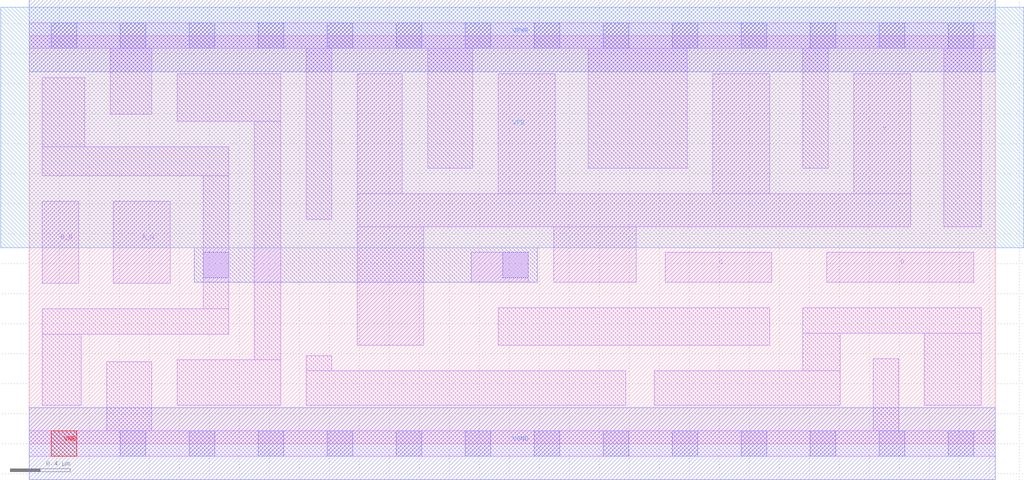
<source format=lef>
# Copyright 2020 The SkyWater PDK Authors
#
# Licensed under the Apache License, Version 2.0 (the "License");
# you may not use this file except in compliance with the License.
# You may obtain a copy of the License at
#
#     https://www.apache.org/licenses/LICENSE-2.0
#
# Unless required by applicable law or agreed to in writing, software
# distributed under the License is distributed on an "AS IS" BASIS,
# WITHOUT WARRANTIES OR CONDITIONS OF ANY KIND, either express or implied.
# See the License for the specific language governing permissions and
# limitations under the License.
#
# SPDX-License-Identifier: Apache-2.0

VERSION 5.7 ;
  NOWIREEXTENSIONATPIN ON ;
  DIVIDERCHAR "/" ;
  BUSBITCHARS "[]" ;
PROPERTYDEFINITIONS
  MACRO maskLayoutSubType STRING ;
  MACRO prCellType STRING ;
  MACRO originalViewName STRING ;
END PROPERTYDEFINITIONS
MACRO sky130_fd_sc_hdll__nand4bb_2
  CLASS CORE ;
  FOREIGN sky130_fd_sc_hdll__nand4bb_2 ;
  ORIGIN  0.000000  0.000000 ;
  SIZE  6.440000 BY  2.720000 ;
  SYMMETRY X Y R90 ;
  SITE unithd ;
  PIN A_N
    ANTENNAGATEAREA  0.138600 ;
    DIRECTION INPUT ;
    USE SIGNAL ;
    PORT
      LAYER li1 ;
        RECT 0.560000 1.070000 0.940000 1.615000 ;
    END
  END A_N
  PIN B_N
    ANTENNAGATEAREA  0.138600 ;
    DIRECTION INPUT ;
    USE SIGNAL ;
    PORT
      LAYER li1 ;
        RECT 0.085000 1.070000 0.330000 1.615000 ;
    END
  END B_N
  PIN C
    ANTENNAGATEAREA  0.555000 ;
    DIRECTION INPUT ;
    USE SIGNAL ;
    PORT
      LAYER li1 ;
        RECT 4.240000 1.075000 4.950000 1.275000 ;
    END
  END C
  PIN D
    ANTENNAGATEAREA  0.555000 ;
    DIRECTION INPUT ;
    USE SIGNAL ;
    PORT
      LAYER li1 ;
        RECT 5.315000 1.075000 6.295000 1.275000 ;
    END
  END D
  PIN VNB
    PORT
      LAYER pwell ;
        RECT 0.145000 -0.085000 0.315000 0.085000 ;
    END
  END VNB
  PIN VPB
    PORT
      LAYER nwell ;
        RECT -0.190000 1.305000 6.630000 2.910000 ;
    END
  END VPB
  PIN Y
    ANTENNADIFFAREA  1.368000 ;
    DIRECTION OUTPUT ;
    USE SIGNAL ;
    PORT
      LAYER li1 ;
        RECT 2.185000 0.655000 2.630000 1.445000 ;
        RECT 2.185000 1.445000 5.875000 1.665000 ;
        RECT 2.185000 1.665000 2.485000 2.465000 ;
        RECT 3.125000 1.665000 3.505000 2.465000 ;
        RECT 3.495000 1.075000 4.045000 1.445000 ;
        RECT 4.555000 1.665000 4.935000 2.465000 ;
        RECT 5.495000 1.665000 5.875000 2.465000 ;
    END
  END Y
  PIN VGND
    DIRECTION INOUT ;
    USE GROUND ;
    PORT
      LAYER met1 ;
        RECT 0.000000 -0.240000 6.440000 0.240000 ;
    END
  END VGND
  PIN VPWR
    DIRECTION INOUT ;
    USE POWER ;
    PORT
      LAYER met1 ;
        RECT 0.000000 2.480000 6.440000 2.960000 ;
    END
  END VPWR
  OBS
    LAYER li1 ;
      RECT 0.000000 -0.085000 6.440000 0.085000 ;
      RECT 0.000000  2.635000 6.440000 2.805000 ;
      RECT 0.085000  0.255000 0.345000 0.730000 ;
      RECT 0.085000  0.730000 1.330000 0.900000 ;
      RECT 0.085000  1.785000 1.330000 1.980000 ;
      RECT 0.085000  1.980000 0.370000 2.440000 ;
      RECT 0.515000  0.085000 0.815000 0.545000 ;
      RECT 0.540000  2.195000 0.815000 2.635000 ;
      RECT 0.985000  0.255000 1.675000 0.560000 ;
      RECT 0.985000  2.150000 1.675000 2.465000 ;
      RECT 1.160000  0.900000 1.330000 1.785000 ;
      RECT 1.500000  0.560000 1.675000 2.150000 ;
      RECT 1.845000  0.255000 3.975000 0.485000 ;
      RECT 1.845000  0.485000 2.015000 0.585000 ;
      RECT 1.845000  1.495000 2.015000 2.635000 ;
      RECT 2.655000  1.835000 2.955000 2.635000 ;
      RECT 2.945000  1.075000 3.325000 1.275000 ;
      RECT 3.125000  0.655000 4.935000 0.905000 ;
      RECT 3.725000  1.835000 4.385000 2.635000 ;
      RECT 4.165000  0.255000 5.405000 0.485000 ;
      RECT 5.155000  0.485000 5.405000 0.735000 ;
      RECT 5.155000  0.735000 6.345000 0.905000 ;
      RECT 5.155000  1.835000 5.325000 2.635000 ;
      RECT 5.625000  0.085000 5.795000 0.565000 ;
      RECT 5.965000  0.255000 6.345000 0.735000 ;
      RECT 6.095000  1.445000 6.345000 2.635000 ;
    LAYER mcon ;
      RECT 0.145000 -0.085000 0.315000 0.085000 ;
      RECT 0.145000  2.635000 0.315000 2.805000 ;
      RECT 0.605000 -0.085000 0.775000 0.085000 ;
      RECT 0.605000  2.635000 0.775000 2.805000 ;
      RECT 1.065000 -0.085000 1.235000 0.085000 ;
      RECT 1.065000  2.635000 1.235000 2.805000 ;
      RECT 1.160000  1.105000 1.330000 1.275000 ;
      RECT 1.525000 -0.085000 1.695000 0.085000 ;
      RECT 1.525000  2.635000 1.695000 2.805000 ;
      RECT 1.985000 -0.085000 2.155000 0.085000 ;
      RECT 1.985000  2.635000 2.155000 2.805000 ;
      RECT 2.445000 -0.085000 2.615000 0.085000 ;
      RECT 2.445000  2.635000 2.615000 2.805000 ;
      RECT 2.905000 -0.085000 3.075000 0.085000 ;
      RECT 2.905000  2.635000 3.075000 2.805000 ;
      RECT 3.155000  1.105000 3.325000 1.275000 ;
      RECT 3.365000 -0.085000 3.535000 0.085000 ;
      RECT 3.365000  2.635000 3.535000 2.805000 ;
      RECT 3.825000 -0.085000 3.995000 0.085000 ;
      RECT 3.825000  2.635000 3.995000 2.805000 ;
      RECT 4.285000 -0.085000 4.455000 0.085000 ;
      RECT 4.285000  2.635000 4.455000 2.805000 ;
      RECT 4.745000 -0.085000 4.915000 0.085000 ;
      RECT 4.745000  2.635000 4.915000 2.805000 ;
      RECT 5.205000 -0.085000 5.375000 0.085000 ;
      RECT 5.205000  2.635000 5.375000 2.805000 ;
      RECT 5.665000 -0.085000 5.835000 0.085000 ;
      RECT 5.665000  2.635000 5.835000 2.805000 ;
      RECT 6.125000 -0.085000 6.295000 0.085000 ;
      RECT 6.125000  2.635000 6.295000 2.805000 ;
    LAYER met1 ;
      RECT 1.100000 1.075000 3.385000 1.305000 ;
  END
  PROPERTY maskLayoutSubType "abstract" ;
  PROPERTY prCellType "standard" ;
  PROPERTY originalViewName "layout" ;
END sky130_fd_sc_hdll__nand4bb_2
END LIBRARY

</source>
